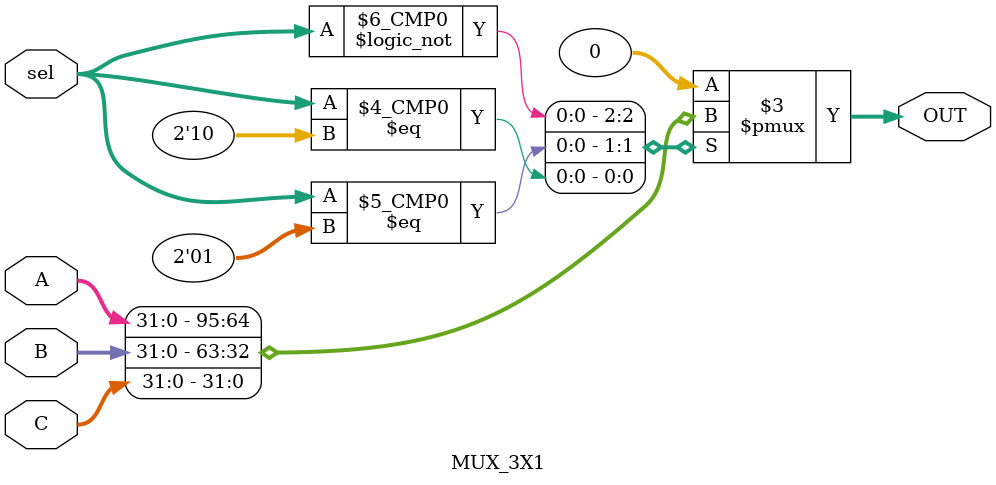
<source format=v>
module MUX_3X1 #(parameter N = 32)(
input       wire       [N-1:0]       A,
input       wire       [N-1:0]       B,
input       wire       [N-1:0]       C,
input       wire	   [1:0]         sel,
output      reg        [N-1:0]       OUT
);



always@(*)
begin
	case(sel)
		2'b00:begin
			OUT = A;
		end
		
		2'b01:begin
			OUT = B;
		end
		
		2'b10:begin
			OUT = C;
		end
		
		default:begin
			OUT = 32'd0;
		end
	endcase
	
end






endmodule
</source>
